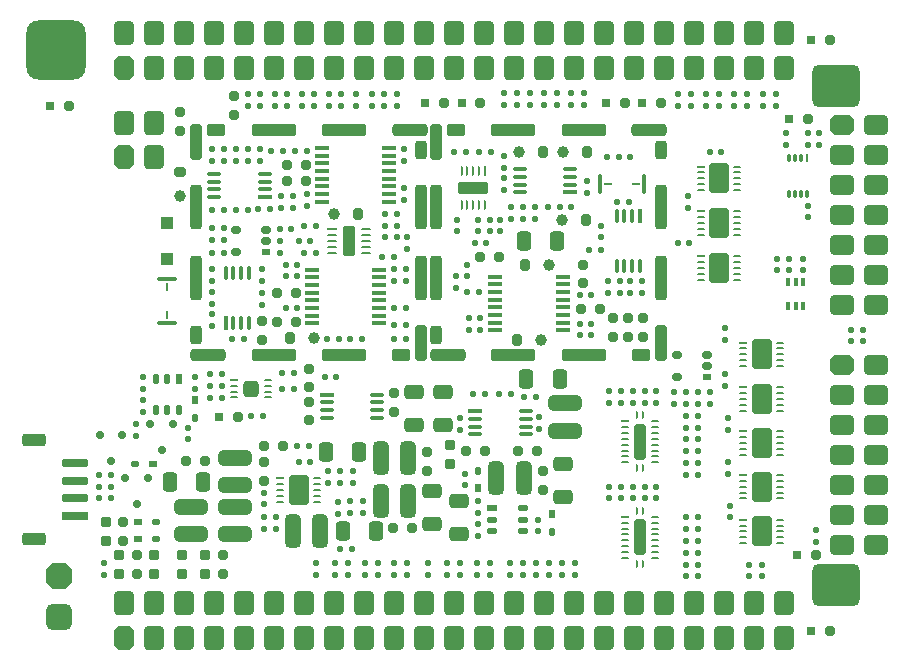
<source format=gbr>
%TF.GenerationSoftware,Altium Limited,Altium Designer,21.2.2 (38)*%
G04 Layer_Color=255*
%FSLAX45Y45*%
%MOMM*%
%TF.SameCoordinates,D1C1B47B-FFDC-44FD-B647-F1046EBF8E97*%
%TF.FilePolarity,Positive*%
%TF.FileFunction,Pads,Top*%
%TF.Part,Single*%
G01*
G75*
%TA.AperFunction,SMDPad,CuDef*%
%ADD11R,0.80000X0.60000*%
G04:AMPARAMS|DCode=12|XSize=0.6mm|YSize=0.8mm|CornerRadius=0.15mm|HoleSize=0mm|Usage=FLASHONLY|Rotation=270.000|XOffset=0mm|YOffset=0mm|HoleType=Round|Shape=RoundedRectangle|*
%AMROUNDEDRECTD12*
21,1,0.60000,0.50000,0,0,270.0*
21,1,0.30000,0.80000,0,0,270.0*
1,1,0.30000,-0.25000,-0.15000*
1,1,0.30000,-0.25000,0.15000*
1,1,0.30000,0.25000,0.15000*
1,1,0.30000,0.25000,-0.15000*
%
%ADD12ROUNDEDRECTD12*%
G04:AMPARAMS|DCode=13|XSize=0.5mm|YSize=0.5mm|CornerRadius=0.125mm|HoleSize=0mm|Usage=FLASHONLY|Rotation=270.000|XOffset=0mm|YOffset=0mm|HoleType=Round|Shape=RoundedRectangle|*
%AMROUNDEDRECTD13*
21,1,0.50000,0.25000,0,0,270.0*
21,1,0.25000,0.50000,0,0,270.0*
1,1,0.25000,-0.12500,-0.12500*
1,1,0.25000,-0.12500,0.12500*
1,1,0.25000,0.12500,0.12500*
1,1,0.25000,0.12500,-0.12500*
%
%ADD13ROUNDEDRECTD13*%
%ADD14R,1.15000X0.35000*%
G04:AMPARAMS|DCode=15|XSize=0.35mm|YSize=1.15mm|CornerRadius=0.0875mm|HoleSize=0mm|Usage=FLASHONLY|Rotation=90.000|XOffset=0mm|YOffset=0mm|HoleType=Round|Shape=RoundedRectangle|*
%AMROUNDEDRECTD15*
21,1,0.35000,0.97500,0,0,90.0*
21,1,0.17500,1.15000,0,0,90.0*
1,1,0.17500,0.48750,0.08750*
1,1,0.17500,0.48750,-0.08750*
1,1,0.17500,-0.48750,-0.08750*
1,1,0.17500,-0.48750,0.08750*
%
%ADD15ROUNDEDRECTD15*%
%ADD16R,0.70000X0.25000*%
G04:AMPARAMS|DCode=17|XSize=0.25mm|YSize=0.7mm|CornerRadius=0.0625mm|HoleSize=0mm|Usage=FLASHONLY|Rotation=90.000|XOffset=0mm|YOffset=0mm|HoleType=Round|Shape=RoundedRectangle|*
%AMROUNDEDRECTD17*
21,1,0.25000,0.57500,0,0,90.0*
21,1,0.12500,0.70000,0,0,90.0*
1,1,0.12500,0.28750,0.06250*
1,1,0.12500,0.28750,-0.06250*
1,1,0.12500,-0.28750,-0.06250*
1,1,0.12500,-0.28750,0.06250*
%
%ADD17ROUNDEDRECTD17*%
G04:AMPARAMS|DCode=18|XSize=2.5mm|YSize=1.7mm|CornerRadius=0.17mm|HoleSize=0mm|Usage=FLASHONLY|Rotation=90.000|XOffset=0mm|YOffset=0mm|HoleType=Round|Shape=RoundedRectangle|*
%AMROUNDEDRECTD18*
21,1,2.50000,1.36000,0,0,90.0*
21,1,2.16000,1.70000,0,0,90.0*
1,1,0.34000,0.68000,1.08000*
1,1,0.34000,0.68000,-1.08000*
1,1,0.34000,-0.68000,-1.08000*
1,1,0.34000,-0.68000,1.08000*
%
%ADD18ROUNDEDRECTD18*%
G04:AMPARAMS|DCode=19|XSize=0.35mm|YSize=0.7mm|CornerRadius=0.0875mm|HoleSize=0mm|Usage=FLASHONLY|Rotation=180.000|XOffset=0mm|YOffset=0mm|HoleType=Round|Shape=RoundedRectangle|*
%AMROUNDEDRECTD19*
21,1,0.35000,0.52501,0,0,180.0*
21,1,0.17500,0.70000,0,0,180.0*
1,1,0.17500,-0.08750,0.26250*
1,1,0.17500,0.08750,0.26250*
1,1,0.17500,0.08750,-0.26250*
1,1,0.17500,-0.08750,-0.26250*
%
%ADD19ROUNDEDRECTD19*%
%ADD20R,0.35000X0.70000*%
G04:AMPARAMS|DCode=21|XSize=0.5mm|YSize=0.5mm|CornerRadius=0.125mm|HoleSize=0mm|Usage=FLASHONLY|Rotation=180.000|XOffset=0mm|YOffset=0mm|HoleType=Round|Shape=RoundedRectangle|*
%AMROUNDEDRECTD21*
21,1,0.50000,0.25000,0,0,180.0*
21,1,0.25000,0.50000,0,0,180.0*
1,1,0.25000,-0.12500,0.12500*
1,1,0.25000,0.12500,0.12500*
1,1,0.25000,0.12500,-0.12500*
1,1,0.25000,-0.12500,-0.12500*
%
%ADD21ROUNDEDRECTD21*%
%ADD22R,0.27000X0.65000*%
G04:AMPARAMS|DCode=23|XSize=0.27mm|YSize=0.65mm|CornerRadius=0.0675mm|HoleSize=0mm|Usage=FLASHONLY|Rotation=0.000|XOffset=0mm|YOffset=0mm|HoleType=Round|Shape=RoundedRectangle|*
%AMROUNDEDRECTD23*
21,1,0.27000,0.51501,0,0,0.0*
21,1,0.13500,0.65000,0,0,0.0*
1,1,0.13500,0.06750,-0.25750*
1,1,0.13500,-0.06750,-0.25750*
1,1,0.13500,-0.06750,0.25750*
1,1,0.13500,0.06750,0.25750*
%
%ADD23ROUNDEDRECTD23*%
G04:AMPARAMS|DCode=24|XSize=0.8mm|YSize=1mm|CornerRadius=0.2mm|HoleSize=0mm|Usage=FLASHONLY|Rotation=90.000|XOffset=0mm|YOffset=0mm|HoleType=Round|Shape=RoundedRectangle|*
%AMROUNDEDRECTD24*
21,1,0.80000,0.60000,0,0,90.0*
21,1,0.40000,1.00000,0,0,90.0*
1,1,0.40000,0.30000,0.20000*
1,1,0.40000,0.30000,-0.20000*
1,1,0.40000,-0.30000,-0.20000*
1,1,0.40000,-0.30000,0.20000*
%
%ADD24ROUNDEDRECTD24*%
%ADD25C,1.00000*%
%ADD26O,0.30000X1.70000*%
%ADD27R,0.70000X0.24000*%
G04:AMPARAMS|DCode=28|XSize=0.8mm|YSize=0.8mm|CornerRadius=0.2mm|HoleSize=0mm|Usage=FLASHONLY|Rotation=90.000|XOffset=0mm|YOffset=0mm|HoleType=Round|Shape=RoundedRectangle|*
%AMROUNDEDRECTD28*
21,1,0.80000,0.40000,0,0,90.0*
21,1,0.40000,0.80000,0,0,90.0*
1,1,0.40000,0.20000,0.20000*
1,1,0.40000,0.20000,-0.20000*
1,1,0.40000,-0.20000,-0.20000*
1,1,0.40000,-0.20000,0.20000*
%
%ADD28ROUNDEDRECTD28*%
G04:AMPARAMS|DCode=29|XSize=0.55mm|YSize=0.9mm|CornerRadius=0.1375mm|HoleSize=0mm|Usage=FLASHONLY|Rotation=90.000|XOffset=0mm|YOffset=0mm|HoleType=Round|Shape=RoundedRectangle|*
%AMROUNDEDRECTD29*
21,1,0.55000,0.62500,0,0,90.0*
21,1,0.27500,0.90000,0,0,90.0*
1,1,0.27500,0.31250,0.13750*
1,1,0.27500,0.31250,-0.13750*
1,1,0.27500,-0.31250,-0.13750*
1,1,0.27500,-0.31250,0.13750*
%
%ADD29ROUNDEDRECTD29*%
%ADD30R,0.90000X0.55000*%
G04:AMPARAMS|DCode=31|XSize=0.35mm|YSize=1.2mm|CornerRadius=0.0875mm|HoleSize=0mm|Usage=FLASHONLY|Rotation=90.000|XOffset=0mm|YOffset=0mm|HoleType=Round|Shape=RoundedRectangle|*
%AMROUNDEDRECTD31*
21,1,0.35000,1.02500,0,0,90.0*
21,1,0.17500,1.20000,0,0,90.0*
1,1,0.17500,0.51250,0.08750*
1,1,0.17500,0.51250,-0.08750*
1,1,0.17500,-0.51250,-0.08750*
1,1,0.17500,-0.51250,0.08750*
%
%ADD31ROUNDEDRECTD31*%
%ADD32R,1.20000X0.35000*%
G04:AMPARAMS|DCode=33|XSize=1.4mm|YSize=1.3mm|CornerRadius=0.325mm|HoleSize=0mm|Usage=FLASHONLY|Rotation=90.000|XOffset=0mm|YOffset=0mm|HoleType=Round|Shape=RoundedRectangle|*
%AMROUNDEDRECTD33*
21,1,1.40000,0.65000,0,0,90.0*
21,1,0.75000,1.30000,0,0,90.0*
1,1,0.65000,0.32500,0.37500*
1,1,0.65000,0.32500,-0.37500*
1,1,0.65000,-0.32500,-0.37500*
1,1,0.65000,-0.32500,0.37500*
%
%ADD33ROUNDEDRECTD33*%
%ADD34R,0.85000X0.25000*%
G04:AMPARAMS|DCode=35|XSize=0.25mm|YSize=0.85mm|CornerRadius=0.0625mm|HoleSize=0mm|Usage=FLASHONLY|Rotation=90.000|XOffset=0mm|YOffset=0mm|HoleType=Round|Shape=RoundedRectangle|*
%AMROUNDEDRECTD35*
21,1,0.25000,0.72500,0,0,90.0*
21,1,0.12500,0.85000,0,0,90.0*
1,1,0.12500,0.36250,0.06250*
1,1,0.12500,0.36250,-0.06250*
1,1,0.12500,-0.36250,-0.06250*
1,1,0.12500,-0.36250,0.06250*
%
%ADD35ROUNDEDRECTD35*%
G04:AMPARAMS|DCode=36|XSize=2.55mm|YSize=1.1mm|CornerRadius=0.275mm|HoleSize=0mm|Usage=FLASHONLY|Rotation=90.000|XOffset=0mm|YOffset=0mm|HoleType=Round|Shape=RoundedRectangle|*
%AMROUNDEDRECTD36*
21,1,2.55000,0.55000,0,0,90.0*
21,1,2.00000,1.10000,0,0,90.0*
1,1,0.55000,0.27500,1.00000*
1,1,0.55000,0.27500,-1.00000*
1,1,0.55000,-0.27500,-1.00000*
1,1,0.55000,-0.27500,1.00000*
%
%ADD36ROUNDEDRECTD36*%
G04:AMPARAMS|DCode=37|XSize=0.55mm|YSize=0.9mm|CornerRadius=0.1375mm|HoleSize=0mm|Usage=FLASHONLY|Rotation=0.000|XOffset=0mm|YOffset=0mm|HoleType=Round|Shape=RoundedRectangle|*
%AMROUNDEDRECTD37*
21,1,0.55000,0.62500,0,0,0.0*
21,1,0.27500,0.90000,0,0,0.0*
1,1,0.27500,0.13750,-0.31250*
1,1,0.27500,-0.13750,-0.31250*
1,1,0.27500,-0.13750,0.31250*
1,1,0.27500,0.13750,0.31250*
%
%ADD37ROUNDEDRECTD37*%
%ADD38R,0.55000X0.90000*%
G04:AMPARAMS|DCode=39|XSize=0.35mm|YSize=1.15mm|CornerRadius=0.0875mm|HoleSize=0mm|Usage=FLASHONLY|Rotation=180.000|XOffset=0mm|YOffset=0mm|HoleType=Round|Shape=RoundedRectangle|*
%AMROUNDEDRECTD39*
21,1,0.35000,0.97500,0,0,180.0*
21,1,0.17500,1.15000,0,0,180.0*
1,1,0.17500,-0.08750,0.48750*
1,1,0.17500,0.08750,0.48750*
1,1,0.17500,0.08750,-0.48750*
1,1,0.17500,-0.08750,-0.48750*
%
%ADD39ROUNDEDRECTD39*%
%ADD40R,0.35000X1.15000*%
G04:AMPARAMS|DCode=41|XSize=1mm|YSize=3mm|CornerRadius=0.25mm|HoleSize=0mm|Usage=FLASHONLY|Rotation=0.000|XOffset=0mm|YOffset=0mm|HoleType=Round|Shape=RoundedRectangle|*
%AMROUNDEDRECTD41*
21,1,1.00000,2.50000,0,0,0.0*
21,1,0.50000,3.00000,0,0,0.0*
1,1,0.50000,0.25000,-1.25000*
1,1,0.50000,-0.25000,-1.25000*
1,1,0.50000,-0.25000,1.25000*
1,1,0.50000,0.25000,1.25000*
%
%ADD41ROUNDEDRECTD41*%
G04:AMPARAMS|DCode=42|XSize=0.25mm|YSize=0.7mm|CornerRadius=0.0625mm|HoleSize=0mm|Usage=FLASHONLY|Rotation=0.000|XOffset=0mm|YOffset=0mm|HoleType=Round|Shape=RoundedRectangle|*
%AMROUNDEDRECTD42*
21,1,0.25000,0.57500,0,0,0.0*
21,1,0.12500,0.70000,0,0,0.0*
1,1,0.12500,0.06250,-0.28750*
1,1,0.12500,-0.06250,-0.28750*
1,1,0.12500,-0.06250,0.28750*
1,1,0.12500,0.06250,0.28750*
%
%ADD42ROUNDEDRECTD42*%
%ADD43R,0.25000X0.85000*%
G04:AMPARAMS|DCode=44|XSize=0.25mm|YSize=0.85mm|CornerRadius=0.0625mm|HoleSize=0mm|Usage=FLASHONLY|Rotation=0.000|XOffset=0mm|YOffset=0mm|HoleType=Round|Shape=RoundedRectangle|*
%AMROUNDEDRECTD44*
21,1,0.25000,0.72500,0,0,0.0*
21,1,0.12500,0.85000,0,0,0.0*
1,1,0.12500,0.06250,-0.36250*
1,1,0.12500,-0.06250,-0.36250*
1,1,0.12500,-0.06250,0.36250*
1,1,0.12500,0.06250,0.36250*
%
%ADD44ROUNDEDRECTD44*%
G04:AMPARAMS|DCode=45|XSize=2.55mm|YSize=1.1mm|CornerRadius=0.275mm|HoleSize=0mm|Usage=FLASHONLY|Rotation=0.000|XOffset=0mm|YOffset=0mm|HoleType=Round|Shape=RoundedRectangle|*
%AMROUNDEDRECTD45*
21,1,2.55000,0.55000,0,0,0.0*
21,1,2.00000,1.10000,0,0,0.0*
1,1,0.55000,1.00000,-0.27500*
1,1,0.55000,-1.00000,-0.27500*
1,1,0.55000,-1.00000,0.27500*
1,1,0.55000,1.00000,0.27500*
%
%ADD45ROUNDEDRECTD45*%
G04:AMPARAMS|DCode=46|XSize=0.8mm|YSize=1mm|CornerRadius=0.2mm|HoleSize=0mm|Usage=FLASHONLY|Rotation=180.000|XOffset=0mm|YOffset=0mm|HoleType=Round|Shape=RoundedRectangle|*
%AMROUNDEDRECTD46*
21,1,0.80000,0.60000,0,0,180.0*
21,1,0.40000,1.00000,0,0,180.0*
1,1,0.40000,-0.20000,0.30000*
1,1,0.40000,0.20000,0.30000*
1,1,0.40000,0.20000,-0.30000*
1,1,0.40000,-0.20000,-0.30000*
%
%ADD46ROUNDEDRECTD46*%
G04:AMPARAMS|DCode=47|XSize=0.6mm|YSize=0.7mm|CornerRadius=0.15mm|HoleSize=0mm|Usage=FLASHONLY|Rotation=0.000|XOffset=0mm|YOffset=0mm|HoleType=Round|Shape=RoundedRectangle|*
%AMROUNDEDRECTD47*
21,1,0.60000,0.40000,0,0,0.0*
21,1,0.30000,0.70000,0,0,0.0*
1,1,0.30000,0.15000,-0.20000*
1,1,0.30000,-0.15000,-0.20000*
1,1,0.30000,-0.15000,0.20000*
1,1,0.30000,0.15000,0.20000*
%
%ADD47ROUNDEDRECTD47*%
%ADD48R,0.24000X0.70000*%
%ADD49O,1.70000X0.30000*%
%ADD50R,2.20000X0.70000*%
G04:AMPARAMS|DCode=51|XSize=2.2mm|YSize=0.7mm|CornerRadius=0.175mm|HoleSize=0mm|Usage=FLASHONLY|Rotation=180.000|XOffset=0mm|YOffset=0mm|HoleType=Round|Shape=RoundedRectangle|*
%AMROUNDEDRECTD51*
21,1,2.20000,0.35000,0,0,180.0*
21,1,1.85000,0.70000,0,0,180.0*
1,1,0.35000,-0.92500,0.17500*
1,1,0.35000,0.92500,0.17500*
1,1,0.35000,0.92500,-0.17500*
1,1,0.35000,-0.92500,-0.17500*
%
%ADD51ROUNDEDRECTD51*%
G04:AMPARAMS|DCode=52|XSize=2mm|YSize=1.1mm|CornerRadius=0.275mm|HoleSize=0mm|Usage=FLASHONLY|Rotation=180.000|XOffset=0mm|YOffset=0mm|HoleType=Round|Shape=RoundedRectangle|*
%AMROUNDEDRECTD52*
21,1,2.00000,0.55000,0,0,180.0*
21,1,1.45000,1.10000,0,0,180.0*
1,1,0.55000,-0.72500,0.27500*
1,1,0.55000,0.72500,0.27500*
1,1,0.55000,0.72500,-0.27500*
1,1,0.55000,-0.72500,-0.27500*
%
%ADD52ROUNDEDRECTD52*%
G04:AMPARAMS|DCode=53|XSize=3mm|YSize=1mm|CornerRadius=0.25mm|HoleSize=0mm|Usage=FLASHONLY|Rotation=90.000|XOffset=0mm|YOffset=0mm|HoleType=Round|Shape=RoundedRectangle|*
%AMROUNDEDRECTD53*
21,1,3.00000,0.50000,0,0,90.0*
21,1,2.50000,1.00000,0,0,90.0*
1,1,0.50000,0.25000,1.25000*
1,1,0.50000,0.25000,-1.25000*
1,1,0.50000,-0.25000,-1.25000*
1,1,0.50000,-0.25000,1.25000*
%
%ADD53ROUNDEDRECTD53*%
G04:AMPARAMS|DCode=54|XSize=3.8mm|YSize=1mm|CornerRadius=0.25mm|HoleSize=0mm|Usage=FLASHONLY|Rotation=90.000|XOffset=0mm|YOffset=0mm|HoleType=Round|Shape=RoundedRectangle|*
%AMROUNDEDRECTD54*
21,1,3.80000,0.50000,0,0,90.0*
21,1,3.30000,1.00000,0,0,90.0*
1,1,0.50000,0.25000,1.65000*
1,1,0.50000,0.25000,-1.65000*
1,1,0.50000,-0.25000,-1.65000*
1,1,0.50000,-0.25000,1.65000*
%
%ADD54ROUNDEDRECTD54*%
G04:AMPARAMS|DCode=55|XSize=1.6mm|YSize=1mm|CornerRadius=0.25mm|HoleSize=0mm|Usage=FLASHONLY|Rotation=180.000|XOffset=0mm|YOffset=0mm|HoleType=Round|Shape=RoundedRectangle|*
%AMROUNDEDRECTD55*
21,1,1.60000,0.50000,0,0,180.0*
21,1,1.10000,1.00000,0,0,180.0*
1,1,0.50000,-0.55000,0.25000*
1,1,0.50000,0.55000,0.25000*
1,1,0.50000,0.55000,-0.25000*
1,1,0.50000,-0.55000,-0.25000*
%
%ADD55ROUNDEDRECTD55*%
G04:AMPARAMS|DCode=56|XSize=3mm|YSize=1mm|CornerRadius=0.25mm|HoleSize=0mm|Usage=FLASHONLY|Rotation=0.000|XOffset=0mm|YOffset=0mm|HoleType=Round|Shape=RoundedRectangle|*
%AMROUNDEDRECTD56*
21,1,3.00000,0.50000,0,0,0.0*
21,1,2.50000,1.00000,0,0,0.0*
1,1,0.50000,1.25000,-0.25000*
1,1,0.50000,-1.25000,-0.25000*
1,1,0.50000,-1.25000,0.25000*
1,1,0.50000,1.25000,0.25000*
%
%ADD56ROUNDEDRECTD56*%
G04:AMPARAMS|DCode=57|XSize=3.8mm|YSize=1mm|CornerRadius=0.25mm|HoleSize=0mm|Usage=FLASHONLY|Rotation=0.000|XOffset=0mm|YOffset=0mm|HoleType=Round|Shape=RoundedRectangle|*
%AMROUNDEDRECTD57*
21,1,3.80000,0.50000,0,0,0.0*
21,1,3.30000,1.00000,0,0,0.0*
1,1,0.50000,1.65000,-0.25000*
1,1,0.50000,-1.65000,-0.25000*
1,1,0.50000,-1.65000,0.25000*
1,1,0.50000,1.65000,0.25000*
%
%ADD57ROUNDEDRECTD57*%
G04:AMPARAMS|DCode=58|XSize=1.6mm|YSize=1mm|CornerRadius=0.25mm|HoleSize=0mm|Usage=FLASHONLY|Rotation=90.000|XOffset=0mm|YOffset=0mm|HoleType=Round|Shape=RoundedRectangle|*
%AMROUNDEDRECTD58*
21,1,1.60000,0.50000,0,0,90.0*
21,1,1.10000,1.00000,0,0,90.0*
1,1,0.50000,0.25000,0.55000*
1,1,0.50000,0.25000,-0.55000*
1,1,0.50000,-0.25000,-0.55000*
1,1,0.50000,-0.25000,0.55000*
%
%ADD58ROUNDEDRECTD58*%
G04:AMPARAMS|DCode=59|XSize=2.8mm|YSize=1.3mm|CornerRadius=0.325mm|HoleSize=0mm|Usage=FLASHONLY|Rotation=90.000|XOffset=0mm|YOffset=0mm|HoleType=Round|Shape=RoundedRectangle|*
%AMROUNDEDRECTD59*
21,1,2.80000,0.65000,0,0,90.0*
21,1,2.15000,1.30000,0,0,90.0*
1,1,0.65000,0.32500,1.07500*
1,1,0.65000,0.32500,-1.07500*
1,1,0.65000,-0.32500,-1.07500*
1,1,0.65000,-0.32500,1.07500*
%
%ADD59ROUNDEDRECTD59*%
G04:AMPARAMS|DCode=60|XSize=0.9mm|YSize=0.8mm|CornerRadius=0.2mm|HoleSize=0mm|Usage=FLASHONLY|Rotation=180.000|XOffset=0mm|YOffset=0mm|HoleType=Round|Shape=RoundedRectangle|*
%AMROUNDEDRECTD60*
21,1,0.90000,0.40000,0,0,180.0*
21,1,0.50000,0.80000,0,0,180.0*
1,1,0.40000,-0.25000,0.20000*
1,1,0.40000,0.25000,0.20000*
1,1,0.40000,0.25000,-0.20000*
1,1,0.40000,-0.25000,-0.20000*
%
%ADD60ROUNDEDRECTD60*%
G04:AMPARAMS|DCode=61|XSize=2.8mm|YSize=1.3mm|CornerRadius=0.325mm|HoleSize=0mm|Usage=FLASHONLY|Rotation=180.000|XOffset=0mm|YOffset=0mm|HoleType=Round|Shape=RoundedRectangle|*
%AMROUNDEDRECTD61*
21,1,2.80000,0.65000,0,0,180.0*
21,1,2.15000,1.30000,0,0,180.0*
1,1,0.65000,-1.07500,0.32500*
1,1,0.65000,1.07500,0.32500*
1,1,0.65000,1.07500,-0.32500*
1,1,0.65000,-1.07500,-0.32500*
%
%ADD61ROUNDEDRECTD61*%
%ADD62R,0.70000X0.50000*%
G04:AMPARAMS|DCode=63|XSize=0.5mm|YSize=0.7mm|CornerRadius=0.125mm|HoleSize=0mm|Usage=FLASHONLY|Rotation=90.000|XOffset=0mm|YOffset=0mm|HoleType=Round|Shape=RoundedRectangle|*
%AMROUNDEDRECTD63*
21,1,0.50000,0.45000,0,0,90.0*
21,1,0.25000,0.70000,0,0,90.0*
1,1,0.25000,0.22500,0.12500*
1,1,0.25000,0.22500,-0.12500*
1,1,0.25000,-0.22500,-0.12500*
1,1,0.25000,-0.22500,0.12500*
%
%ADD63ROUNDEDRECTD63*%
%ADD64R,0.80000X0.80000*%
%ADD65R,0.50000X0.70000*%
G04:AMPARAMS|DCode=66|XSize=0.5mm|YSize=0.7mm|CornerRadius=0.125mm|HoleSize=0mm|Usage=FLASHONLY|Rotation=0.000|XOffset=0mm|YOffset=0mm|HoleType=Round|Shape=RoundedRectangle|*
%AMROUNDEDRECTD66*
21,1,0.50000,0.45000,0,0,0.0*
21,1,0.25000,0.70000,0,0,0.0*
1,1,0.25000,0.12500,-0.22500*
1,1,0.25000,-0.12500,-0.22500*
1,1,0.25000,-0.12500,0.22500*
1,1,0.25000,0.12500,0.22500*
%
%ADD66ROUNDEDRECTD66*%
G04:AMPARAMS|DCode=67|XSize=1.1mm|YSize=1.1mm|CornerRadius=0.275mm|HoleSize=0mm|Usage=FLASHONLY|Rotation=180.000|XOffset=0mm|YOffset=0mm|HoleType=Round|Shape=RoundedRectangle|*
%AMROUNDEDRECTD67*
21,1,1.10000,0.55000,0,0,180.0*
21,1,0.55000,1.10000,0,0,180.0*
1,1,0.55000,-0.27500,0.27500*
1,1,0.55000,0.27500,0.27500*
1,1,0.55000,0.27500,-0.27500*
1,1,0.55000,-0.27500,-0.27500*
%
%ADD67ROUNDEDRECTD67*%
%ADD68R,1.10000X1.10000*%
G04:AMPARAMS|DCode=69|XSize=1.65mm|YSize=1.25mm|CornerRadius=0.3125mm|HoleSize=0mm|Usage=FLASHONLY|Rotation=270.000|XOffset=0mm|YOffset=0mm|HoleType=Round|Shape=RoundedRectangle|*
%AMROUNDEDRECTD69*
21,1,1.65000,0.62500,0,0,270.0*
21,1,1.02500,1.25000,0,0,270.0*
1,1,0.62500,-0.31250,-0.51250*
1,1,0.62500,-0.31250,0.51250*
1,1,0.62500,0.31250,0.51250*
1,1,0.62500,0.31250,-0.51250*
%
%ADD69ROUNDEDRECTD69*%
G04:AMPARAMS|DCode=70|XSize=1.65mm|YSize=1.25mm|CornerRadius=0.3125mm|HoleSize=0mm|Usage=FLASHONLY|Rotation=0.000|XOffset=0mm|YOffset=0mm|HoleType=Round|Shape=RoundedRectangle|*
%AMROUNDEDRECTD70*
21,1,1.65000,0.62500,0,0,0.0*
21,1,1.02500,1.25000,0,0,0.0*
1,1,0.62500,0.51250,-0.31250*
1,1,0.62500,-0.51250,-0.31250*
1,1,0.62500,-0.51250,0.31250*
1,1,0.62500,0.51250,0.31250*
%
%ADD70ROUNDEDRECTD70*%
G04:AMPARAMS|DCode=71|XSize=0.8mm|YSize=0.8mm|CornerRadius=0.2mm|HoleSize=0mm|Usage=FLASHONLY|Rotation=180.000|XOffset=0mm|YOffset=0mm|HoleType=Round|Shape=RoundedRectangle|*
%AMROUNDEDRECTD71*
21,1,0.80000,0.40000,0,0,180.0*
21,1,0.40000,0.80000,0,0,180.0*
1,1,0.40000,-0.20000,0.20000*
1,1,0.40000,0.20000,0.20000*
1,1,0.40000,0.20000,-0.20000*
1,1,0.40000,-0.20000,-0.20000*
%
%ADD71ROUNDEDRECTD71*%
%TA.AperFunction,ComponentPad*%
G04:AMPARAMS|DCode=83|XSize=1.7mm|YSize=2.1mm|CornerRadius=0mm|HoleSize=0mm|Usage=FLASHONLY|Rotation=0.000|XOffset=0mm|YOffset=0mm|HoleType=Round|Shape=Octagon|*
%AMOCTAGOND83*
4,1,8,-0.42500,1.05000,0.42500,1.05000,0.85000,0.62500,0.85000,-0.62500,0.42500,-1.05000,-0.42500,-1.05000,-0.85000,-0.62500,-0.85000,0.62500,-0.42500,1.05000,0.0*
%
%ADD83OCTAGOND83*%

G04:AMPARAMS|DCode=84|XSize=1.7mm|YSize=2.1mm|CornerRadius=0.425mm|HoleSize=0mm|Usage=FLASHONLY|Rotation=0.000|XOffset=0mm|YOffset=0mm|HoleType=Round|Shape=RoundedRectangle|*
%AMROUNDEDRECTD84*
21,1,1.70000,1.25001,0,0,0.0*
21,1,0.85000,2.10000,0,0,0.0*
1,1,0.85000,0.42500,-0.62500*
1,1,0.85000,-0.42500,-0.62500*
1,1,0.85000,-0.42500,0.62500*
1,1,0.85000,0.42500,0.62500*
%
%ADD84ROUNDEDRECTD84*%
G04:AMPARAMS|DCode=85|XSize=1.7mm|YSize=2.1mm|CornerRadius=0.425mm|HoleSize=0mm|Usage=FLASHONLY|Rotation=270.000|XOffset=0mm|YOffset=0mm|HoleType=Round|Shape=RoundedRectangle|*
%AMROUNDEDRECTD85*
21,1,1.70000,1.25001,0,0,270.0*
21,1,0.85000,2.10000,0,0,270.0*
1,1,0.85000,-0.62500,-0.42500*
1,1,0.85000,-0.62500,0.42500*
1,1,0.85000,0.62500,0.42500*
1,1,0.85000,0.62500,-0.42500*
%
%ADD85ROUNDEDRECTD85*%
G04:AMPARAMS|DCode=86|XSize=1.7mm|YSize=2.1mm|CornerRadius=0mm|HoleSize=0mm|Usage=FLASHONLY|Rotation=270.000|XOffset=0mm|YOffset=0mm|HoleType=Round|Shape=Octagon|*
%AMOCTAGOND86*
4,1,8,1.05000,0.42500,1.05000,-0.42500,0.62500,-0.85000,-0.62500,-0.85000,-1.05000,-0.42500,-1.05000,0.42500,-0.62500,0.85000,0.62500,0.85000,1.05000,0.42500,0.0*
%
%ADD86OCTAGOND86*%

G04:AMPARAMS|DCode=87|XSize=4mm|YSize=3.6mm|CornerRadius=0.54mm|HoleSize=0mm|Usage=FLASHONLY|Rotation=0.000|XOffset=0mm|YOffset=0mm|HoleType=Round|Shape=RoundedRectangle|*
%AMROUNDEDRECTD87*
21,1,4.00000,2.52000,0,0,0.0*
21,1,2.92000,3.60000,0,0,0.0*
1,1,1.08000,1.46000,-1.26000*
1,1,1.08000,-1.46000,-1.26000*
1,1,1.08000,-1.46000,1.26000*
1,1,1.08000,1.46000,1.26000*
%
%ADD87ROUNDEDRECTD87*%
G04:AMPARAMS|DCode=88|XSize=5mm|YSize=5mm|CornerRadius=1mm|HoleSize=0mm|Usage=FLASHONLY|Rotation=0.000|XOffset=0mm|YOffset=0mm|HoleType=Round|Shape=RoundedRectangle|*
%AMROUNDEDRECTD88*
21,1,5.00000,3.00000,0,0,0.0*
21,1,3.00000,5.00000,0,0,0.0*
1,1,2.00000,1.50000,-1.50000*
1,1,2.00000,-1.50000,-1.50000*
1,1,2.00000,-1.50000,1.50000*
1,1,2.00000,1.50000,1.50000*
%
%ADD88ROUNDEDRECTD88*%
G04:AMPARAMS|DCode=89|XSize=2.2mm|YSize=2.2mm|CornerRadius=0.55mm|HoleSize=0mm|Usage=FLASHONLY|Rotation=270.000|XOffset=0mm|YOffset=0mm|HoleType=Round|Shape=RoundedRectangle|*
%AMROUNDEDRECTD89*
21,1,2.20000,1.10000,0,0,270.0*
21,1,1.10000,2.20000,0,0,270.0*
1,1,1.10000,-0.55000,-0.55000*
1,1,1.10000,-0.55000,0.55000*
1,1,1.10000,0.55000,0.55000*
1,1,1.10000,0.55000,-0.55000*
%
%ADD89ROUNDEDRECTD89*%
G04:AMPARAMS|DCode=90|XSize=2.2mm|YSize=2.2mm|CornerRadius=0mm|HoleSize=0mm|Usage=FLASHONLY|Rotation=270.000|XOffset=0mm|YOffset=0mm|HoleType=Round|Shape=Octagon|*
%AMOCTAGOND90*
4,1,8,-0.55000,-1.10000,0.55000,-1.10000,1.10000,-0.55000,1.10000,0.55000,0.55000,1.10000,-0.55000,1.10000,-1.10000,0.55000,-1.10000,-0.55000,-0.55000,-1.10000,0.0*
%
%ADD90OCTAGOND90*%

D11*
X3237500Y3435000D02*
D03*
X6967500Y2375000D02*
D03*
D12*
X3237500Y3530000D02*
D03*
Y3625000D02*
D03*
X2982500D02*
D03*
Y3435000D02*
D03*
X6712500Y2375000D02*
D03*
Y2565000D02*
D03*
X6967500D02*
D03*
Y2470000D02*
D03*
D13*
X3610000Y3530000D02*
D03*
X3510000D02*
D03*
X5820000Y3820000D02*
D03*
X5720000D02*
D03*
X5620000D02*
D03*
X6790000Y2250000D02*
D03*
X6690000D02*
D03*
Y2150000D02*
D03*
X6790000D02*
D03*
X6890000Y2250000D02*
D03*
X6990000D02*
D03*
X6890000Y2150000D02*
D03*
X6990000D02*
D03*
X3050000Y2700000D02*
D03*
X2950000D02*
D03*
X3170000Y3800000D02*
D03*
X3270000D02*
D03*
X3850000Y2700000D02*
D03*
X3750000D02*
D03*
X6070000Y3450000D02*
D03*
X5970000D02*
D03*
X3110000Y2050000D02*
D03*
X3210000D02*
D03*
X6790000Y1550000D02*
D03*
X6890000D02*
D03*
X5040000Y4280000D02*
D03*
X5140000D02*
D03*
X3860000Y1580000D02*
D03*
X3760000D02*
D03*
X3760000Y1480000D02*
D03*
X3860000D02*
D03*
X6790000Y1190000D02*
D03*
X6890000D02*
D03*
X6790000Y790000D02*
D03*
X6890000D02*
D03*
X6790000Y890000D02*
D03*
X6890000D02*
D03*
X6790000Y990000D02*
D03*
X6890000D02*
D03*
X6790000Y1090000D02*
D03*
X6890000D02*
D03*
X6790000Y1650000D02*
D03*
X6890000D02*
D03*
X6790000Y1750000D02*
D03*
X6890000D02*
D03*
X6790000Y1850000D02*
D03*
X6890000D02*
D03*
X6790000Y1950000D02*
D03*
X6890000D02*
D03*
X1920000Y1550000D02*
D03*
X1820000D02*
D03*
X1820000Y1450000D02*
D03*
X1920000D02*
D03*
X5210000Y2230000D02*
D03*
X5310000D02*
D03*
X3660000Y3660000D02*
D03*
X3560000D02*
D03*
X3080000Y4310000D02*
D03*
X2980000D02*
D03*
X2760000Y2400000D02*
D03*
X2860000D02*
D03*
X3370000Y2280000D02*
D03*
X3470000D02*
D03*
X2760000Y2300000D02*
D03*
X2860000D02*
D03*
X2860000Y2200000D02*
D03*
X2760000D02*
D03*
X3660000Y3430000D02*
D03*
X3560000D02*
D03*
X4220000Y3390000D02*
D03*
X4320000D02*
D03*
Y2960000D02*
D03*
X4420000D02*
D03*
X4940000Y3100000D02*
D03*
X5040000D02*
D03*
X4050000Y2700000D02*
D03*
X3950000D02*
D03*
X2880000Y3540000D02*
D03*
X2780000D02*
D03*
X4420000Y2700000D02*
D03*
X4320000D02*
D03*
X6120000Y4240000D02*
D03*
X6220000D02*
D03*
X6320001D02*
D03*
X4930000Y4280000D02*
D03*
X4830000D02*
D03*
X3730000Y2380000D02*
D03*
X3830000D02*
D03*
X6210000Y3860000D02*
D03*
X6310000D02*
D03*
X5090000Y2230000D02*
D03*
X4990000D02*
D03*
X3280000Y4290000D02*
D03*
X3380000D02*
D03*
X3480000D02*
D03*
X3580000D02*
D03*
X3080000Y3790000D02*
D03*
X2980000D02*
D03*
X2780000D02*
D03*
X2880000D02*
D03*
X3080000Y4210000D02*
D03*
X2980000D02*
D03*
X6320000Y3090000D02*
D03*
X6420000D02*
D03*
X6320000Y3190000D02*
D03*
X6420000D02*
D03*
X3470000Y2410000D02*
D03*
X3370000D02*
D03*
X2780000Y3430000D02*
D03*
X2880000D02*
D03*
X4340000Y3560000D02*
D03*
X4240000D02*
D03*
X4340000Y3760000D02*
D03*
X4240000D02*
D03*
X4340000Y3660000D02*
D03*
X4240000D02*
D03*
X3450000Y3630000D02*
D03*
X3350000D02*
D03*
X8190000Y2680000D02*
D03*
X8290000D02*
D03*
X3400000Y3330000D02*
D03*
X3500000D02*
D03*
X3400000Y3230000D02*
D03*
X3500000D02*
D03*
X4420000Y3190000D02*
D03*
X4320000D02*
D03*
X4420000Y3290000D02*
D03*
X4320000D02*
D03*
X3400000Y2960000D02*
D03*
X3500000D02*
D03*
X2880000Y3640000D02*
D03*
X2780000D02*
D03*
X6230000Y3090000D02*
D03*
X6130000D02*
D03*
X6230000Y3190000D02*
D03*
X6130000D02*
D03*
X6790000Y2050000D02*
D03*
X6890000D02*
D03*
X1820000Y1350000D02*
D03*
X1920000D02*
D03*
X8290000Y2780000D02*
D03*
X8190000D02*
D03*
X3960000Y920000D02*
D03*
X3860000D02*
D03*
X3510000Y1660000D02*
D03*
X3610000D02*
D03*
X3500000Y1790000D02*
D03*
X3600000D02*
D03*
X3320000Y1090000D02*
D03*
X3220000D02*
D03*
Y1190000D02*
D03*
X3320000D02*
D03*
X5520000Y2210000D02*
D03*
X5420000D02*
D03*
X4420000Y2820000D02*
D03*
X4320000D02*
D03*
X7090000Y4280000D02*
D03*
X6990000D02*
D03*
X6720000Y3510000D02*
D03*
X6820000D02*
D03*
X6790000Y690000D02*
D03*
X6890000D02*
D03*
X5990000Y2730000D02*
D03*
X5890000D02*
D03*
X5990000Y2830000D02*
D03*
X5890000D02*
D03*
X5990000Y3070000D02*
D03*
X5890000D02*
D03*
X5100000Y3510000D02*
D03*
X5000000D02*
D03*
D14*
X3747500Y2227500D02*
D03*
X3222500Y3902500D02*
D03*
X5007500Y2087500D02*
D03*
X5812500Y3942500D02*
D03*
D15*
X3747500Y2162500D02*
D03*
Y2097500D02*
D03*
Y2032500D02*
D03*
X4172500Y2227500D02*
D03*
Y2162500D02*
D03*
Y2097500D02*
D03*
Y2032500D02*
D03*
X2797500Y4097500D02*
D03*
Y4032500D02*
D03*
Y3967500D02*
D03*
Y3902500D02*
D03*
X3222500Y4097500D02*
D03*
Y4032500D02*
D03*
Y3967500D02*
D03*
X5432500Y1892500D02*
D03*
Y1957500D02*
D03*
Y2022500D02*
D03*
Y2087500D02*
D03*
X5007500Y1892500D02*
D03*
Y1957500D02*
D03*
Y2022500D02*
D03*
X5387500Y4137500D02*
D03*
Y4072500D02*
D03*
Y4007500D02*
D03*
Y3942500D02*
D03*
X5812500Y4137500D02*
D03*
Y4072500D02*
D03*
Y4007500D02*
D03*
D16*
X6915000Y4160000D02*
D03*
X2964999Y2355000D02*
D03*
X3355000Y1520000D02*
D03*
X6915000Y3780000D02*
D03*
X7275000Y1170000D02*
D03*
Y1920000D02*
D03*
Y1550000D02*
D03*
X6275000Y1195000D02*
D03*
X7275000Y2290000D02*
D03*
X6915000Y3400000D02*
D03*
X7275000Y2670000D02*
D03*
X6274999Y2005001D02*
D03*
D17*
X6915000Y4110000D02*
D03*
Y4060000D02*
D03*
Y4010000D02*
D03*
Y3960000D02*
D03*
X7225000Y4160000D02*
D03*
Y4110000D02*
D03*
Y4060000D02*
D03*
Y4010000D02*
D03*
Y3960000D02*
D03*
X3254999Y2205000D02*
D03*
Y2255000D02*
D03*
Y2305000D02*
D03*
Y2355000D02*
D03*
X2964999Y2205000D02*
D03*
Y2255000D02*
D03*
Y2305000D02*
D03*
X3665000Y1320000D02*
D03*
Y1370000D02*
D03*
Y1420000D02*
D03*
Y1470000D02*
D03*
Y1520000D02*
D03*
X3355000Y1320000D02*
D03*
Y1370000D02*
D03*
Y1420000D02*
D03*
Y1470000D02*
D03*
X7225000Y3580000D02*
D03*
Y3630000D02*
D03*
Y3680000D02*
D03*
Y3730000D02*
D03*
Y3780000D02*
D03*
X6915000Y3580000D02*
D03*
Y3630000D02*
D03*
Y3680000D02*
D03*
Y3730000D02*
D03*
X7585000Y970000D02*
D03*
Y1020000D02*
D03*
Y1070000D02*
D03*
Y1120000D02*
D03*
Y1170000D02*
D03*
X7275000Y970000D02*
D03*
Y1020000D02*
D03*
Y1070000D02*
D03*
Y1120000D02*
D03*
X7585000Y1720000D02*
D03*
Y1770000D02*
D03*
Y1820000D02*
D03*
Y1870000D02*
D03*
Y1920000D02*
D03*
X7275000Y1720000D02*
D03*
Y1770000D02*
D03*
Y1820000D02*
D03*
Y1870000D02*
D03*
X7585000Y1350000D02*
D03*
Y1400000D02*
D03*
Y1450000D02*
D03*
Y1500000D02*
D03*
Y1550000D02*
D03*
X7275000Y1350000D02*
D03*
Y1400000D02*
D03*
Y1450000D02*
D03*
Y1500000D02*
D03*
X6525000Y1195000D02*
D03*
Y1145000D02*
D03*
Y1095000D02*
D03*
Y1045000D02*
D03*
Y995000D02*
D03*
Y945000D02*
D03*
Y895000D02*
D03*
Y845000D02*
D03*
X6275000Y845000D02*
D03*
Y895000D02*
D03*
Y945000D02*
D03*
Y995000D02*
D03*
Y1045000D02*
D03*
Y1095000D02*
D03*
Y1145000D02*
D03*
X7585000Y2090000D02*
D03*
Y2140000D02*
D03*
Y2190000D02*
D03*
Y2240000D02*
D03*
Y2290000D02*
D03*
X7275000Y2090000D02*
D03*
Y2140000D02*
D03*
Y2190000D02*
D03*
Y2240000D02*
D03*
X7225000Y3200000D02*
D03*
Y3250000D02*
D03*
Y3300000D02*
D03*
Y3350000D02*
D03*
Y3400000D02*
D03*
X6915000Y3200000D02*
D03*
Y3250000D02*
D03*
Y3300000D02*
D03*
Y3350000D02*
D03*
X7585000Y2470000D02*
D03*
Y2520000D02*
D03*
Y2570000D02*
D03*
Y2620000D02*
D03*
Y2670000D02*
D03*
X7275000Y2470000D02*
D03*
Y2520000D02*
D03*
Y2570000D02*
D03*
Y2620000D02*
D03*
X6525000Y2005000D02*
D03*
Y1955000D02*
D03*
Y1905000D02*
D03*
Y1855000D02*
D03*
Y1805000D02*
D03*
Y1755000D02*
D03*
Y1705000D02*
D03*
Y1655000D02*
D03*
X6274999Y1655000D02*
D03*
Y1705000D02*
D03*
Y1755001D02*
D03*
Y1805000D02*
D03*
Y1855001D02*
D03*
Y1905001D02*
D03*
Y1955000D02*
D03*
D18*
X7070000Y4060000D02*
D03*
X3510000Y1420000D02*
D03*
X7070000Y3680000D02*
D03*
X7430000Y1070000D02*
D03*
Y1820000D02*
D03*
Y1450000D02*
D03*
Y2190000D02*
D03*
X7070000Y3300000D02*
D03*
X7430000Y2570000D02*
D03*
D19*
X7654551Y3179735D02*
D03*
X7719551D02*
D03*
X7784551D02*
D03*
Y2979734D02*
D03*
X7719551D02*
D03*
D20*
X7654551D02*
D03*
D21*
X7820000Y3730000D02*
D03*
Y3830000D02*
D03*
X7160000Y1190000D02*
D03*
Y1290000D02*
D03*
X7150000Y1930000D02*
D03*
Y2030000D02*
D03*
X7120000Y2300000D02*
D03*
Y2400000D02*
D03*
X6440000Y1350000D02*
D03*
Y1450000D02*
D03*
X6240000Y1350000D02*
D03*
Y1450000D02*
D03*
X6440000Y2160000D02*
D03*
Y2260000D02*
D03*
X6240000Y2160000D02*
D03*
Y2260000D02*
D03*
X7430000Y690000D02*
D03*
Y790000D02*
D03*
X7320000Y690000D02*
D03*
Y790000D02*
D03*
X5520000Y700000D02*
D03*
Y800000D02*
D03*
X5410000Y700000D02*
D03*
Y800000D02*
D03*
X5300000Y700000D02*
D03*
Y800000D02*
D03*
X5020000Y700000D02*
D03*
Y800000D02*
D03*
X5360000Y4780000D02*
D03*
Y4680000D02*
D03*
X4880000Y700000D02*
D03*
Y800000D02*
D03*
X4070000Y700000D02*
D03*
Y800000D02*
D03*
X3930000Y800000D02*
D03*
Y700000D02*
D03*
X4000000Y4770000D02*
D03*
Y4670000D02*
D03*
X4130000Y4670000D02*
D03*
Y4770000D02*
D03*
X3640000Y4770000D02*
D03*
Y4670000D02*
D03*
X3770000Y4670000D02*
D03*
Y4770000D02*
D03*
X7440000Y4770000D02*
D03*
Y4670000D02*
D03*
X7550000Y4670000D02*
D03*
Y4770000D02*
D03*
X7200000Y4770000D02*
D03*
Y4670000D02*
D03*
X7310000Y4670000D02*
D03*
Y4770000D02*
D03*
X6960000Y4770000D02*
D03*
Y4670000D02*
D03*
X7070000Y4670000D02*
D03*
Y4770000D02*
D03*
X6720000Y4770000D02*
D03*
Y4670000D02*
D03*
X6830000Y4670000D02*
D03*
Y4770000D02*
D03*
X5470000Y4680000D02*
D03*
Y4780000D02*
D03*
X5700000Y4780000D02*
D03*
Y4680000D02*
D03*
X5250000Y4680000D02*
D03*
Y4780000D02*
D03*
X5740000Y800000D02*
D03*
Y700000D02*
D03*
X5630000Y700000D02*
D03*
Y800000D02*
D03*
X3970000Y1480000D02*
D03*
Y1580000D02*
D03*
X5250000Y4250000D02*
D03*
Y4150000D02*
D03*
X3950000Y1330000D02*
D03*
Y1230000D02*
D03*
X7640000Y4340000D02*
D03*
Y4440000D02*
D03*
X7820000Y4340000D02*
D03*
Y4440000D02*
D03*
X5590000Y4680000D02*
D03*
Y4780000D02*
D03*
X4180000Y800000D02*
D03*
Y700000D02*
D03*
X3820000Y800000D02*
D03*
Y700000D02*
D03*
X5130000Y800000D02*
D03*
Y700000D02*
D03*
X4770000Y800000D02*
D03*
Y700000D02*
D03*
X3870000Y4670000D02*
D03*
Y4770000D02*
D03*
X3540000Y4670000D02*
D03*
Y4770000D02*
D03*
X4230000Y4670000D02*
D03*
Y4770000D02*
D03*
X1860000Y700000D02*
D03*
Y800000D02*
D03*
X2130000Y1980000D02*
D03*
Y1880000D02*
D03*
X3410000Y4770000D02*
D03*
Y4670000D02*
D03*
X6070000Y3660000D02*
D03*
Y3560000D02*
D03*
X2190000Y2080000D02*
D03*
Y2180000D02*
D03*
X5030000Y1230000D02*
D03*
Y1330000D02*
D03*
X2190000Y2380000D02*
D03*
Y2280000D02*
D03*
X5030000Y1030000D02*
D03*
Y1130000D02*
D03*
X2570000Y1850000D02*
D03*
Y1950000D02*
D03*
X5850000Y700000D02*
D03*
Y800000D02*
D03*
X4400000Y3980000D02*
D03*
Y3880000D02*
D03*
X2880000Y4210000D02*
D03*
Y4310000D02*
D03*
X3460000Y3910000D02*
D03*
Y3810000D02*
D03*
X5930000Y4680000D02*
D03*
Y4780000D02*
D03*
X3180000Y4670000D02*
D03*
Y4770000D02*
D03*
X5820000Y4680000D02*
D03*
Y4780000D02*
D03*
X3080000Y4670000D02*
D03*
Y4770000D02*
D03*
X4320000Y700000D02*
D03*
Y800000D02*
D03*
X4430000Y700000D02*
D03*
Y800000D02*
D03*
X3310000Y4670000D02*
D03*
Y4770000D02*
D03*
X4850000Y3710000D02*
D03*
Y3610000D02*
D03*
X3180000Y4310000D02*
D03*
Y4210000D02*
D03*
X7560000Y3380000D02*
D03*
Y3280000D02*
D03*
X6140000Y1350000D02*
D03*
Y1450000D02*
D03*
X7660000Y3380000D02*
D03*
Y3280000D02*
D03*
X6140000Y2160000D02*
D03*
Y2260000D02*
D03*
X4840000Y3130000D02*
D03*
Y3230000D02*
D03*
X5510000Y3820000D02*
D03*
Y3720000D02*
D03*
X2630000Y2380000D02*
D03*
Y2280000D02*
D03*
X4920000Y1560000D02*
D03*
Y1460000D02*
D03*
X2780000Y2810000D02*
D03*
Y2910000D02*
D03*
X5540000Y1070000D02*
D03*
Y1170000D02*
D03*
X5550000Y2040000D02*
D03*
Y1940000D02*
D03*
X4880000Y2030000D02*
D03*
Y1930000D02*
D03*
X2780000Y3000000D02*
D03*
Y3100000D02*
D03*
X2780000Y3290000D02*
D03*
Y3190000D02*
D03*
X4340000Y4670000D02*
D03*
Y4770000D02*
D03*
X4400000Y4210000D02*
D03*
Y4310000D02*
D03*
X3580000Y3830000D02*
D03*
Y3930000D02*
D03*
X2780000Y4310000D02*
D03*
Y4210000D02*
D03*
X3360000Y3910000D02*
D03*
Y3810000D02*
D03*
X7890000Y1080000D02*
D03*
Y980000D02*
D03*
X3350000Y3430000D02*
D03*
Y3530000D02*
D03*
X4430000Y3560000D02*
D03*
Y3460000D02*
D03*
X3660000Y800000D02*
D03*
Y700000D02*
D03*
X4610000Y800000D02*
D03*
Y700000D02*
D03*
X7920000Y4440000D02*
D03*
Y4340000D02*
D03*
X3200000Y2990000D02*
D03*
Y3090000D02*
D03*
Y3290000D02*
D03*
Y3190000D02*
D03*
X3840000Y1320000D02*
D03*
Y1220000D02*
D03*
X3220000Y1300000D02*
D03*
Y1400000D02*
D03*
X4060000Y1330000D02*
D03*
Y1230000D02*
D03*
X4940000Y3330000D02*
D03*
Y3230000D02*
D03*
X7120000Y2790000D02*
D03*
Y2690000D02*
D03*
X7150000Y1660000D02*
D03*
Y1560000D02*
D03*
X6810000Y3910000D02*
D03*
Y3810000D02*
D03*
X7780000Y3380000D02*
D03*
Y3280000D02*
D03*
X6340000Y2160000D02*
D03*
Y2260000D02*
D03*
Y1350000D02*
D03*
Y1450000D02*
D03*
X6540000D02*
D03*
Y1350000D02*
D03*
X6540000Y2260000D02*
D03*
Y2160000D02*
D03*
X4950000Y2880000D02*
D03*
Y2780000D02*
D03*
X5050000Y2880000D02*
D03*
Y2780000D02*
D03*
X5950000Y3940000D02*
D03*
Y4040000D02*
D03*
X5310000Y3720000D02*
D03*
Y3820000D02*
D03*
X5410000Y3720000D02*
D03*
Y3820000D02*
D03*
X5220000Y3610000D02*
D03*
Y3710000D02*
D03*
X5130000D02*
D03*
Y3610000D02*
D03*
X5030000Y3610000D02*
D03*
Y3710000D02*
D03*
X5250000Y3960000D02*
D03*
Y4060000D02*
D03*
D22*
X7815000Y4230000D02*
D03*
D23*
X7765000D02*
D03*
X7715000D02*
D03*
X7665000D02*
D03*
X7815000Y3930000D02*
D03*
X7765000D02*
D03*
X7715000D02*
D03*
X7665000D02*
D03*
D24*
X2510000Y4110000D02*
D03*
D25*
Y3910000D02*
D03*
X5560000Y2690000D02*
D03*
X3810000Y3760000D02*
D03*
X3640000Y2710000D02*
D03*
X5630000Y3330000D02*
D03*
X5750000Y4280000D02*
D03*
X5740000Y3710000D02*
D03*
X5380000Y4280000D02*
D03*
D26*
X6065000Y4010000D02*
D03*
X6435000D02*
D03*
D27*
X6130000D02*
D03*
X6370000D02*
D03*
D28*
X2720000Y1670000D02*
D03*
X2560000D02*
D03*
X3000000Y2040000D02*
D03*
X6580000Y4700000D02*
D03*
X5050000D02*
D03*
X6270000D02*
D03*
X4740000D02*
D03*
X1570000Y4670000D02*
D03*
X7890000Y870000D02*
D03*
X7820000Y4560000D02*
D03*
X8010000Y230000D02*
D03*
Y5230000D02*
D03*
X5370000Y1750000D02*
D03*
X5530000D02*
D03*
X5090000D02*
D03*
X4930000D02*
D03*
X3410000Y4170000D02*
D03*
X3570000D02*
D03*
X3410000Y4040000D02*
D03*
X3570000D02*
D03*
X3330000Y3090000D02*
D03*
X3490000D02*
D03*
X3330000Y2840000D02*
D03*
X3490000D02*
D03*
X5210000Y3390000D02*
D03*
X5050000D02*
D03*
X4310000Y1100000D02*
D03*
X4470000D02*
D03*
X3220000Y1790000D02*
D03*
X3380000D02*
D03*
X6060000Y2950000D02*
D03*
X5900000D02*
D03*
D29*
X5410000Y1265000D02*
D03*
Y1170000D02*
D03*
Y1075000D02*
D03*
X5150000D02*
D03*
Y1170000D02*
D03*
D30*
Y1265000D02*
D03*
D31*
X4275000Y3862500D02*
D03*
Y3927500D02*
D03*
Y3992500D02*
D03*
Y4057500D02*
D03*
Y4122500D02*
D03*
Y4187500D02*
D03*
Y4252500D02*
D03*
Y4317500D02*
D03*
X3705000Y3862500D02*
D03*
Y3927500D02*
D03*
Y3992500D02*
D03*
Y4057500D02*
D03*
Y4122500D02*
D03*
Y4187500D02*
D03*
Y4252500D02*
D03*
X4195000Y2832500D02*
D03*
Y2897500D02*
D03*
Y2962500D02*
D03*
Y3027500D02*
D03*
Y3092500D02*
D03*
Y3157500D02*
D03*
Y3222500D02*
D03*
Y3287500D02*
D03*
X3625000Y2832500D02*
D03*
Y2897500D02*
D03*
Y2962500D02*
D03*
Y3027500D02*
D03*
Y3092500D02*
D03*
Y3157500D02*
D03*
Y3222500D02*
D03*
X5175000Y3227500D02*
D03*
Y3162500D02*
D03*
Y3097500D02*
D03*
Y3032500D02*
D03*
Y2967500D02*
D03*
Y2902500D02*
D03*
Y2837500D02*
D03*
Y2772500D02*
D03*
X5745000Y3227500D02*
D03*
Y3162500D02*
D03*
Y3097500D02*
D03*
Y3032500D02*
D03*
Y2967500D02*
D03*
Y2902500D02*
D03*
Y2837500D02*
D03*
D32*
X3705000Y4317500D02*
D03*
X3625000Y3287500D02*
D03*
X5745000Y2772500D02*
D03*
D33*
X3109999Y2280000D02*
D03*
D34*
X3795000Y3630000D02*
D03*
D35*
Y3580000D02*
D03*
Y3530000D02*
D03*
Y3480000D02*
D03*
Y3430000D02*
D03*
X4085000Y3630000D02*
D03*
Y3580000D02*
D03*
Y3530000D02*
D03*
Y3480000D02*
D03*
Y3430000D02*
D03*
D36*
X3940000Y3530000D02*
D03*
D37*
X2495000Y2100000D02*
D03*
X2400000D02*
D03*
X2305000D02*
D03*
Y2360000D02*
D03*
X2400000D02*
D03*
D38*
X2495000D02*
D03*
D39*
X3087500Y3262500D02*
D03*
X3022500D02*
D03*
X2957500D02*
D03*
X2892500D02*
D03*
X3087500Y2837500D02*
D03*
X3022500D02*
D03*
X2957500D02*
D03*
X6202500Y3317500D02*
D03*
X6267500D02*
D03*
X6332500D02*
D03*
X6397500D02*
D03*
X6202500Y3742500D02*
D03*
X6267500D02*
D03*
X6332500D02*
D03*
D40*
X2892500Y2837500D02*
D03*
X6397500Y3742500D02*
D03*
D41*
X6400000Y1020000D02*
D03*
X6400000Y1830000D02*
D03*
D42*
X6375000Y1245000D02*
D03*
X6425000D02*
D03*
X6425000Y794999D02*
D03*
X6375000D02*
D03*
X6374999Y2055000D02*
D03*
X6424999D02*
D03*
X6425000Y1605000D02*
D03*
X6375000D02*
D03*
D43*
X5090000Y4125000D02*
D03*
D44*
X5040000D02*
D03*
X4990000D02*
D03*
X4940000D02*
D03*
X4890000D02*
D03*
X5090000Y3835000D02*
D03*
X5040000D02*
D03*
X4990000D02*
D03*
X4940000D02*
D03*
X4890000D02*
D03*
D45*
X4990000Y3980000D02*
D03*
D46*
X5360000Y2690000D02*
D03*
X4010000Y3760000D02*
D03*
X3440000Y2710000D02*
D03*
X5430000Y3330000D02*
D03*
X5950000Y4280000D02*
D03*
X5940000Y3710000D02*
D03*
X5580000Y4280000D02*
D03*
D47*
X2140000Y1300000D02*
D03*
X2045000Y1520000D02*
D03*
X2235000D02*
D03*
X2350000Y1760000D02*
D03*
X2255000Y1980000D02*
D03*
X2445000D02*
D03*
X1920000Y1670000D02*
D03*
X1825000Y1890000D02*
D03*
X2015000D02*
D03*
D48*
X2400000Y2900000D02*
D03*
Y3140000D02*
D03*
D49*
Y2835000D02*
D03*
Y3205000D02*
D03*
D50*
X1620000Y1200000D02*
D03*
D51*
Y1350000D02*
D03*
Y1500000D02*
D03*
Y1650000D02*
D03*
D52*
X1270000Y1845000D02*
D03*
Y1005000D02*
D03*
D53*
X2645000Y4370000D02*
D03*
X4550000Y2665000D02*
D03*
X4675000Y4370000D02*
D03*
X6580000Y2665000D02*
D03*
D54*
X2645000Y3815000D02*
D03*
Y3220000D02*
D03*
X4550000D02*
D03*
Y3815000D02*
D03*
X4675000D02*
D03*
Y3220000D02*
D03*
X6580000D02*
D03*
Y3815000D02*
D03*
D55*
X2815000Y4470000D02*
D03*
X4380000Y2565000D02*
D03*
X4845000Y4470000D02*
D03*
X6410000Y2565000D02*
D03*
D56*
X4450000Y4470000D02*
D03*
X2745000Y2565000D02*
D03*
X6480000Y4470000D02*
D03*
X4775000Y2565000D02*
D03*
D57*
X3895000Y4470000D02*
D03*
X3300000D02*
D03*
Y2565000D02*
D03*
X3895000D02*
D03*
X5925000Y4470000D02*
D03*
X5330000D02*
D03*
Y2565000D02*
D03*
X5925000D02*
D03*
D58*
X4550000Y4300000D02*
D03*
X2645000Y2735000D02*
D03*
X6580000Y4300000D02*
D03*
X4675000Y2735000D02*
D03*
D59*
X4435000Y1690000D02*
D03*
X4205000D02*
D03*
X4440000Y1330000D02*
D03*
X4210000D02*
D03*
X3695000Y1070000D02*
D03*
X3465000D02*
D03*
X5185000Y1520000D02*
D03*
X5415000D02*
D03*
D60*
X2720000Y710000D02*
D03*
Y870000D02*
D03*
X1880000Y990000D02*
D03*
Y1150000D02*
D03*
X1990000Y710000D02*
D03*
Y870000D02*
D03*
X2520000D02*
D03*
Y710000D02*
D03*
X2290000D02*
D03*
Y870000D02*
D03*
X4790000Y1640000D02*
D03*
Y1800000D02*
D03*
D61*
X5770000Y2155000D02*
D03*
Y1925000D02*
D03*
X2600000Y1275000D02*
D03*
Y1045000D02*
D03*
X2970000D02*
D03*
Y1275000D02*
D03*
X2970000Y1695000D02*
D03*
Y1465000D02*
D03*
D62*
X2155000Y1010000D02*
D03*
Y1150000D02*
D03*
X2275000Y1640000D02*
D03*
D63*
X2305000Y1010000D02*
D03*
Y1150000D02*
D03*
X2125000Y1640000D02*
D03*
D64*
X2840000Y2040000D02*
D03*
X6420000Y4700000D02*
D03*
X4890000D02*
D03*
X6110000D02*
D03*
X4580000D02*
D03*
X1410000Y4670000D02*
D03*
X7730000Y870000D02*
D03*
X7660000Y4560000D02*
D03*
X7850000Y230000D02*
D03*
Y5230000D02*
D03*
D65*
X5660000Y1215000D02*
D03*
X5030000Y1435000D02*
D03*
X2630000Y2185000D02*
D03*
D66*
X5660000Y1065000D02*
D03*
X5030000Y1585000D02*
D03*
X2630000Y2035000D02*
D03*
D67*
X2400000Y3680000D02*
D03*
D68*
Y3380000D02*
D03*
D69*
X5700000Y3530000D02*
D03*
X5420000D02*
D03*
X2420000Y1490000D02*
D03*
X2700000D02*
D03*
X5440000Y2360000D02*
D03*
X5720000D02*
D03*
X4170000Y1070000D02*
D03*
X3890000D02*
D03*
X4020000Y1740000D02*
D03*
X3740000D02*
D03*
D70*
X4730000Y2250000D02*
D03*
Y1970000D02*
D03*
X4870000Y1050000D02*
D03*
Y1330000D02*
D03*
X5750000Y1640000D02*
D03*
Y1360000D02*
D03*
X4490000Y2250000D02*
D03*
Y1970000D02*
D03*
X4640000Y1410000D02*
D03*
Y1130000D02*
D03*
D71*
X4600000Y1580000D02*
D03*
Y1740000D02*
D03*
X3200000Y2690000D02*
D03*
Y2850000D02*
D03*
X6430000Y2720000D02*
D03*
Y2880000D02*
D03*
X6170000Y2720000D02*
D03*
Y2880000D02*
D03*
X6300000D02*
D03*
Y2720000D02*
D03*
X5580000Y1580000D02*
D03*
Y1420000D02*
D03*
X2020000Y1150000D02*
D03*
Y990000D02*
D03*
X2510000Y4620000D02*
D03*
Y4460000D02*
D03*
X3600000Y2290000D02*
D03*
Y2450000D02*
D03*
X3220000Y1660000D02*
D03*
Y1500000D02*
D03*
X3600000Y2170000D02*
D03*
Y2010000D02*
D03*
X2140000Y710000D02*
D03*
Y870000D02*
D03*
X2870000Y710000D02*
D03*
Y870000D02*
D03*
X2960000Y4600000D02*
D03*
Y4760000D02*
D03*
X4320000Y2240000D02*
D03*
Y2080000D02*
D03*
X5920000Y3330000D02*
D03*
Y3170000D02*
D03*
D83*
X2032000Y170500D02*
D03*
Y4996500D02*
D03*
Y4238400D02*
D03*
D84*
X2286000Y170500D02*
D03*
X2540000D02*
D03*
X2794000D02*
D03*
X3048000D02*
D03*
X3302000D02*
D03*
X3556000D02*
D03*
X3810000D02*
D03*
X4064000D02*
D03*
X4318000D02*
D03*
X4572000D02*
D03*
X4826000D02*
D03*
X5080000D02*
D03*
X5334000D02*
D03*
X5588000D02*
D03*
X5842000D02*
D03*
X6096000D02*
D03*
X6350000D02*
D03*
X6604000D02*
D03*
X6858000D02*
D03*
X7112000D02*
D03*
X7366000D02*
D03*
X7620000D02*
D03*
X2032000Y464500D02*
D03*
X2286000D02*
D03*
X2540000D02*
D03*
X2794000D02*
D03*
X3048000D02*
D03*
X3302000D02*
D03*
X3556000D02*
D03*
X3810000D02*
D03*
X4064000D02*
D03*
X4318000D02*
D03*
X4572000D02*
D03*
X4826000D02*
D03*
X5080000D02*
D03*
X5334000D02*
D03*
X5588000D02*
D03*
X5842000D02*
D03*
X6096000D02*
D03*
X6350000D02*
D03*
X6604000D02*
D03*
X6858000D02*
D03*
X7112000D02*
D03*
X7366000D02*
D03*
X7620000D02*
D03*
X2286000Y4996500D02*
D03*
X2540000D02*
D03*
X2794000D02*
D03*
X3048000D02*
D03*
X3302000D02*
D03*
X3556000D02*
D03*
X3810000D02*
D03*
X4064000D02*
D03*
X4318000D02*
D03*
X4572000D02*
D03*
X4826000D02*
D03*
X5080000D02*
D03*
X5334000D02*
D03*
X5588000D02*
D03*
X5842000D02*
D03*
X6096000D02*
D03*
X6350000D02*
D03*
X6604000D02*
D03*
X6858000D02*
D03*
X7112000D02*
D03*
X7366000D02*
D03*
X7620000D02*
D03*
X2032000Y5290500D02*
D03*
X2286000D02*
D03*
X2540000D02*
D03*
X2794000D02*
D03*
X3048000D02*
D03*
X3302000D02*
D03*
X3556000D02*
D03*
X3810000D02*
D03*
X4064000D02*
D03*
X4318000D02*
D03*
X4572000D02*
D03*
X4826000D02*
D03*
X5080000D02*
D03*
X5334000D02*
D03*
X5588000D02*
D03*
X5842000D02*
D03*
X6096000D02*
D03*
X6350000D02*
D03*
X6604000D02*
D03*
X6858000D02*
D03*
X7112000D02*
D03*
X7366000D02*
D03*
X7620000D02*
D03*
X2286000Y4238400D02*
D03*
Y4532400D02*
D03*
X2032000D02*
D03*
D85*
X8402000Y952800D02*
D03*
Y1206800D02*
D03*
Y1460800D02*
D03*
Y1714800D02*
D03*
Y1968800D02*
D03*
Y2222800D02*
D03*
Y2476800D02*
D03*
X8108000Y952800D02*
D03*
Y1206800D02*
D03*
Y1460800D02*
D03*
Y1714800D02*
D03*
Y1968800D02*
D03*
Y2222800D02*
D03*
Y4254800D02*
D03*
Y4000800D02*
D03*
Y3746800D02*
D03*
Y3492800D02*
D03*
Y3238800D02*
D03*
Y2984800D02*
D03*
X8402000Y4508800D02*
D03*
Y4254800D02*
D03*
Y4000800D02*
D03*
Y3746800D02*
D03*
Y3492800D02*
D03*
Y3238800D02*
D03*
Y2984800D02*
D03*
D86*
X8108000Y2476800D02*
D03*
Y4508800D02*
D03*
D87*
X8064500Y615000D02*
D03*
Y4846000D02*
D03*
D88*
X1460500Y5143500D02*
D03*
D89*
X1480000Y345000D02*
D03*
D90*
Y695000D02*
D03*
%TF.MD5,723f5c8ce920fccd53833a158a7359e6*%
M02*

</source>
